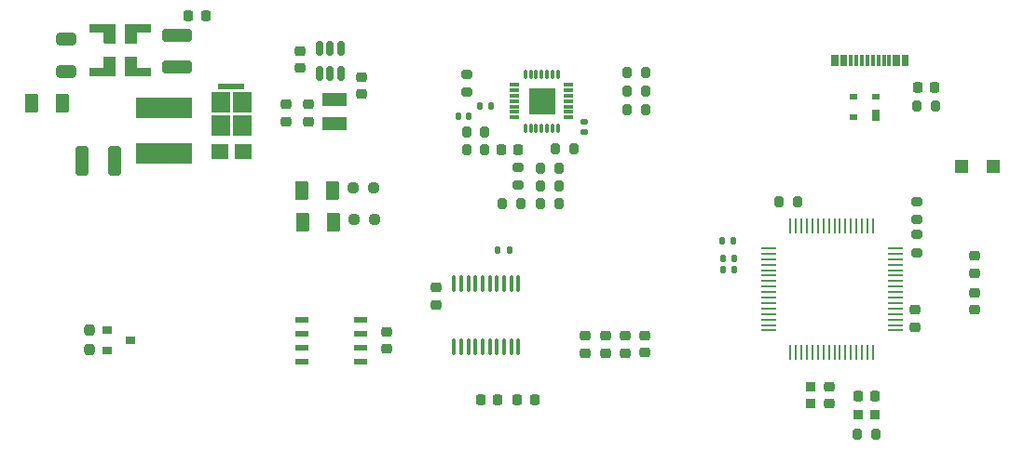
<source format=gtp>
G04 #@! TF.GenerationSoftware,KiCad,Pcbnew,7.0.7*
G04 #@! TF.CreationDate,2023-12-18T21:05:11-05:00*
G04 #@! TF.ProjectId,motor_board_pcb,6d6f746f-725f-4626-9f61-72645f706362,rev?*
G04 #@! TF.SameCoordinates,Original*
G04 #@! TF.FileFunction,Paste,Top*
G04 #@! TF.FilePolarity,Positive*
%FSLAX46Y46*%
G04 Gerber Fmt 4.6, Leading zero omitted, Abs format (unit mm)*
G04 Created by KiCad (PCBNEW 7.0.7) date 2023-12-18 21:05:11*
%MOMM*%
%LPD*%
G01*
G04 APERTURE LIST*
G04 Aperture macros list*
%AMRoundRect*
0 Rectangle with rounded corners*
0 $1 Rounding radius*
0 $2 $3 $4 $5 $6 $7 $8 $9 X,Y pos of 4 corners*
0 Add a 4 corners polygon primitive as box body*
4,1,4,$2,$3,$4,$5,$6,$7,$8,$9,$2,$3,0*
0 Add four circle primitives for the rounded corners*
1,1,$1+$1,$2,$3*
1,1,$1+$1,$4,$5*
1,1,$1+$1,$6,$7*
1,1,$1+$1,$8,$9*
0 Add four rect primitives between the rounded corners*
20,1,$1+$1,$2,$3,$4,$5,0*
20,1,$1+$1,$4,$5,$6,$7,0*
20,1,$1+$1,$6,$7,$8,$9,0*
20,1,$1+$1,$8,$9,$2,$3,0*%
%AMFreePoly0*
4,1,17,1.875035,1.275035,1.875050,1.275000,1.875050,0.575000,1.875035,0.574965,1.875000,0.574950,0.575050,0.574950,0.575050,-0.425000,0.575035,-0.425035,0.575000,-0.425050,-0.425000,-0.425050,-0.425035,-0.425035,-0.425050,-0.425000,-0.425050,1.275000,-0.425035,1.275035,-0.425000,1.275050,1.875000,1.275050,1.875035,1.275035,1.875035,1.275035,$1*%
%AMFreePoly1*
4,1,17,0.425035,1.275035,0.425050,1.275000,0.425050,-0.425000,0.425035,-0.425035,0.425000,-0.425050,-0.575000,-0.425050,-0.575035,-0.425035,-0.575050,-0.425000,-0.575050,0.574950,-1.875000,0.574950,-1.875035,0.574965,-1.875050,0.575000,-1.875050,1.275000,-1.875035,1.275035,-1.875000,1.275050,0.425000,1.275050,0.425035,1.275035,0.425035,1.275035,$1*%
%AMFreePoly2*
4,1,17,0.425035,0.425035,0.425050,0.425000,0.425050,-1.275000,0.425035,-1.275035,0.425000,-1.275050,-1.875000,-1.275050,-1.875035,-1.275035,-1.875050,-1.275000,-1.875050,-0.575000,-1.875035,-0.574965,-1.875000,-0.574950,-0.575050,-0.574950,-0.575050,0.425000,-0.575035,0.425035,-0.575000,0.425050,0.425000,0.425050,0.425035,0.425035,0.425035,0.425035,$1*%
%AMFreePoly3*
4,1,17,0.575035,0.425035,0.575050,0.425000,0.575050,-0.574950,1.875000,-0.574950,1.875035,-0.574965,1.875050,-0.575000,1.875050,-1.275000,1.875035,-1.275035,1.875000,-1.275050,-0.425000,-1.275050,-0.425035,-1.275035,-0.425050,-1.275000,-0.425050,0.425000,-0.425035,0.425035,-0.425000,0.425050,0.575000,0.425050,0.575035,0.425035,0.575035,0.425035,$1*%
G04 Aperture macros list end*
%ADD10C,0.010000*%
%ADD11C,0.000100*%
%ADD12RoundRect,0.200000X0.200000X0.275000X-0.200000X0.275000X-0.200000X-0.275000X0.200000X-0.275000X0*%
%ADD13RoundRect,0.225000X-0.225000X-0.250000X0.225000X-0.250000X0.225000X0.250000X-0.225000X0.250000X0*%
%ADD14RoundRect,0.200000X-0.200000X-0.275000X0.200000X-0.275000X0.200000X0.275000X-0.200000X0.275000X0*%
%ADD15RoundRect,0.218750X0.256250X-0.218750X0.256250X0.218750X-0.256250X0.218750X-0.256250X-0.218750X0*%
%ADD16RoundRect,0.237500X0.250000X0.237500X-0.250000X0.237500X-0.250000X-0.237500X0.250000X-0.237500X0*%
%ADD17R,0.965200X0.939800*%
%ADD18RoundRect,0.100000X0.100000X-0.637500X0.100000X0.637500X-0.100000X0.637500X-0.100000X-0.637500X0*%
%ADD19RoundRect,0.225000X0.250000X-0.225000X0.250000X0.225000X-0.250000X0.225000X-0.250000X-0.225000X0*%
%ADD20RoundRect,0.135000X-0.135000X-0.185000X0.135000X-0.185000X0.135000X0.185000X-0.135000X0.185000X0*%
%ADD21RoundRect,0.237500X-0.237500X0.250000X-0.237500X-0.250000X0.237500X-0.250000X0.237500X0.250000X0*%
%ADD22RoundRect,0.225000X-0.250000X0.225000X-0.250000X-0.225000X0.250000X-0.225000X0.250000X0.225000X0*%
%ADD23RoundRect,0.008100X-0.396900X-0.126900X0.396900X-0.126900X0.396900X0.126900X-0.396900X0.126900X0*%
%ADD24RoundRect,0.027000X-0.108000X-0.378000X0.108000X-0.378000X0.108000X0.378000X-0.108000X0.378000X0*%
%ADD25RoundRect,0.140000X0.140000X0.170000X-0.140000X0.170000X-0.140000X-0.170000X0.140000X-0.170000X0*%
%ADD26R,0.900000X0.800000*%
%ADD27R,1.300000X0.600000*%
%ADD28R,0.700000X1.000000*%
%ADD29R,0.700000X0.600000*%
%ADD30RoundRect,0.250000X-0.375000X-0.625000X0.375000X-0.625000X0.375000X0.625000X-0.375000X0.625000X0*%
%ADD31RoundRect,0.200000X0.275000X-0.200000X0.275000X0.200000X-0.275000X0.200000X-0.275000X-0.200000X0*%
%ADD32RoundRect,0.250000X-0.325000X-1.100000X0.325000X-1.100000X0.325000X1.100000X-0.325000X1.100000X0*%
%ADD33R,1.200000X1.200000*%
%ADD34RoundRect,0.140000X-0.170000X0.140000X-0.170000X-0.140000X0.170000X-0.140000X0.170000X0.140000X0*%
%ADD35FreePoly0,180.000000*%
%ADD36FreePoly1,180.000000*%
%ADD37FreePoly2,180.000000*%
%ADD38FreePoly3,180.000000*%
%ADD39RoundRect,0.135000X0.135000X0.185000X-0.135000X0.185000X-0.135000X-0.185000X0.135000X-0.185000X0*%
%ADD40RoundRect,0.225000X0.225000X0.250000X-0.225000X0.250000X-0.225000X-0.250000X0.225000X-0.250000X0*%
%ADD41R,5.100000X1.900000*%
%ADD42R,0.300000X1.140000*%
%ADD43RoundRect,0.250000X-0.650000X0.325000X-0.650000X-0.325000X0.650000X-0.325000X0.650000X0.325000X0*%
%ADD44R,1.397000X0.279400*%
%ADD45R,0.279400X1.397000*%
%ADD46RoundRect,0.200000X-0.275000X0.200000X-0.275000X-0.200000X0.275000X-0.200000X0.275000X0.200000X0*%
%ADD47RoundRect,0.218750X-0.218750X-0.256250X0.218750X-0.256250X0.218750X0.256250X-0.218750X0.256250X0*%
%ADD48RoundRect,0.150000X-0.150000X0.512500X-0.150000X-0.512500X0.150000X-0.512500X0.150000X0.512500X0*%
%ADD49RoundRect,0.250000X-1.100000X0.325000X-1.100000X-0.325000X1.100000X-0.325000X1.100000X0.325000X0*%
%ADD50R,2.220000X1.240000*%
%ADD51R,2.400000X0.600000*%
%ADD52R,1.700000X1.900000*%
%ADD53R,1.600000X1.440000*%
%ADD54R,0.939800X0.965200*%
G04 APERTURE END LIST*
D10*
X142370000Y-69670000D02*
X140030000Y-69670000D01*
X140030000Y-67330000D01*
X142370000Y-67330000D01*
X142370000Y-69670000D01*
G36*
X142370000Y-69670000D02*
G01*
X140030000Y-69670000D01*
X140030000Y-67330000D01*
X142370000Y-67330000D01*
X142370000Y-69670000D01*
G37*
D11*
X104327740Y-65476236D02*
X105627740Y-65476236D01*
X105627740Y-66176236D01*
X103327740Y-66176236D01*
X103327740Y-64476236D01*
X104327740Y-64476236D01*
X104327740Y-65476236D01*
G36*
X104327740Y-65476236D02*
G01*
X105627740Y-65476236D01*
X105627740Y-66176236D01*
X103327740Y-66176236D01*
X103327740Y-64476236D01*
X104327740Y-64476236D01*
X104327740Y-65476236D01*
G37*
X105627740Y-62176236D02*
X104327740Y-62176236D01*
X104327740Y-63176236D01*
X103327740Y-63176236D01*
X103327740Y-61476236D01*
X105627740Y-61476236D01*
X105627740Y-62176236D01*
G36*
X105627740Y-62176236D02*
G01*
X104327740Y-62176236D01*
X104327740Y-63176236D01*
X103327740Y-63176236D01*
X103327740Y-61476236D01*
X105627740Y-61476236D01*
X105627740Y-62176236D01*
G37*
X102427740Y-66176236D02*
X100127740Y-66176236D01*
X100127740Y-65476236D01*
X101427740Y-65476236D01*
X101427740Y-64476236D01*
X102427740Y-64476236D01*
X102427740Y-66176236D01*
G36*
X102427740Y-66176236D02*
G01*
X100127740Y-66176236D01*
X100127740Y-65476236D01*
X101427740Y-65476236D01*
X101427740Y-64476236D01*
X102427740Y-64476236D01*
X102427740Y-66176236D01*
G37*
X102427740Y-63176236D02*
X101427740Y-63176236D01*
X101427740Y-62176236D01*
X100127740Y-62176236D01*
X100127740Y-61476236D01*
X102427740Y-61476236D01*
X102427740Y-63176236D01*
G36*
X102427740Y-63176236D02*
G01*
X101427740Y-63176236D01*
X101427740Y-62176236D01*
X100127740Y-62176236D01*
X100127740Y-61476236D01*
X102427740Y-61476236D01*
X102427740Y-63176236D01*
G37*
D12*
X150625000Y-65900000D03*
X148975000Y-65900000D03*
D13*
X137525000Y-72953752D03*
X139075000Y-72953752D03*
D14*
X141125000Y-74600000D03*
X142775000Y-74600000D03*
D15*
X148800000Y-91456570D03*
X148800000Y-89881570D03*
D16*
X126002520Y-79272598D03*
X124177520Y-79272598D03*
D17*
X169957600Y-97079811D03*
X171456200Y-97079811D03*
D18*
X133225000Y-90862500D03*
X133875000Y-90862500D03*
X134525000Y-90862500D03*
X135175000Y-90862500D03*
X135825000Y-90862500D03*
X136475000Y-90862500D03*
X137125000Y-90862500D03*
X137775000Y-90862500D03*
X138425000Y-90862500D03*
X139075000Y-90862500D03*
X139075000Y-85137500D03*
X138425000Y-85137500D03*
X137775000Y-85137500D03*
X137125000Y-85137500D03*
X136475000Y-85137500D03*
X135825000Y-85137500D03*
X135175000Y-85137500D03*
X134525000Y-85137500D03*
X133875000Y-85137500D03*
X133225000Y-85137500D03*
D19*
X175100000Y-89075000D03*
X175100000Y-87525000D03*
D20*
X157640000Y-82800000D03*
X158660000Y-82800000D03*
D21*
X100100000Y-89347500D03*
X100100000Y-91172500D03*
D22*
X131638400Y-85487500D03*
X131638400Y-87037500D03*
D13*
X138993986Y-95700000D03*
X140543986Y-95700000D03*
D14*
X175320924Y-68980000D03*
X176970924Y-68980000D03*
D22*
X180535184Y-85951482D03*
X180535184Y-87501482D03*
D19*
X119215494Y-65505000D03*
X119215494Y-63955000D03*
D14*
X162781900Y-77679811D03*
X164431900Y-77679811D03*
D23*
X138750000Y-67000000D03*
X138750000Y-67500000D03*
X138750000Y-68000000D03*
X138750000Y-68500000D03*
X138750000Y-69000000D03*
X138750000Y-69500000D03*
X138750000Y-70000000D03*
D24*
X139700000Y-70950000D03*
X140200000Y-70950000D03*
X140700000Y-70950000D03*
X141200000Y-70950000D03*
X141700000Y-70950000D03*
X142200000Y-70950000D03*
X142700000Y-70950000D03*
D23*
X143650000Y-70000000D03*
X143650000Y-69500000D03*
X143650000Y-69000000D03*
X143650000Y-68500000D03*
X143650000Y-68000000D03*
X143650000Y-67500000D03*
X143650000Y-67000000D03*
D24*
X142700000Y-66050000D03*
X142200000Y-66050000D03*
X141700000Y-66050000D03*
X141200000Y-66050000D03*
X140700000Y-66050000D03*
X140200000Y-66050000D03*
X139700000Y-66050000D03*
D14*
X148975000Y-67600000D03*
X150625000Y-67600000D03*
D25*
X134600000Y-69900000D03*
X133640000Y-69900000D03*
D19*
X167300000Y-96075000D03*
X167300000Y-94525000D03*
D26*
X101730000Y-89320000D03*
X101730000Y-91220000D03*
X103830000Y-90270000D03*
D15*
X150600000Y-91425067D03*
X150600000Y-89850067D03*
D14*
X134353723Y-71288741D03*
X136003723Y-71288741D03*
D22*
X117984107Y-68807096D03*
X117984107Y-70357096D03*
D27*
X124700000Y-92205000D03*
X124700000Y-90935000D03*
X124700000Y-89665000D03*
X124700000Y-88395000D03*
X119400000Y-88395000D03*
X119400000Y-89665000D03*
X119400000Y-90935000D03*
X119400000Y-92205000D03*
D28*
X171550000Y-69800000D03*
D29*
X171550000Y-68100000D03*
X169550000Y-68100000D03*
X169550000Y-70000000D03*
D30*
X119500000Y-79550000D03*
X122300000Y-79550000D03*
D15*
X147000000Y-91456284D03*
X147000000Y-89881284D03*
D31*
X134400000Y-67725000D03*
X134400000Y-66075000D03*
D32*
X99441833Y-73930000D03*
X102391833Y-73930000D03*
D12*
X142775000Y-76210000D03*
X141125000Y-76210000D03*
D33*
X182190000Y-74500000D03*
X179390000Y-74500000D03*
D34*
X145028656Y-70370000D03*
X145028656Y-71330000D03*
D20*
X157590000Y-81200000D03*
X158610000Y-81200000D03*
D12*
X139275000Y-77850000D03*
X137625000Y-77850000D03*
D14*
X169881900Y-98829811D03*
X171531900Y-98829811D03*
D20*
X157640000Y-83870000D03*
X158660000Y-83870000D03*
D35*
X102002740Y-64901236D03*
D36*
X103752740Y-64901236D03*
D37*
X103752740Y-62751236D03*
D38*
X102002740Y-62751236D03*
D30*
X119402584Y-76659891D03*
X122202584Y-76659891D03*
D16*
X125909769Y-76382488D03*
X124084769Y-76382488D03*
D14*
X148975000Y-69300000D03*
X150625000Y-69300000D03*
D39*
X138250000Y-82050000D03*
X137230000Y-82050000D03*
D40*
X171481900Y-95329811D03*
X169931900Y-95329811D03*
D41*
X106866833Y-69111397D03*
X106866833Y-73311397D03*
D42*
X174390000Y-64770000D03*
X173590000Y-64770000D03*
X172290000Y-64770000D03*
X171290000Y-64770000D03*
X170790000Y-64770000D03*
X169790000Y-64770000D03*
X168490000Y-64770000D03*
X167690000Y-64770000D03*
X167990000Y-64770000D03*
X168790000Y-64770000D03*
X169290000Y-64770000D03*
X170290000Y-64770000D03*
X171790000Y-64770000D03*
X172790000Y-64770000D03*
X173290000Y-64770000D03*
X174090000Y-64770000D03*
D31*
X139050000Y-76175000D03*
X139050000Y-74525000D03*
D12*
X142775000Y-77850000D03*
X141125000Y-77850000D03*
D15*
X145175108Y-91434821D03*
X145175108Y-89859821D03*
D43*
X97957242Y-62848586D03*
X97957242Y-65798586D03*
D40*
X137200000Y-95700000D03*
X135650000Y-95700000D03*
D44*
X173300000Y-89400756D03*
X173300000Y-88900630D03*
X173300000Y-88400504D03*
X173300000Y-87900378D03*
X173300000Y-87400252D03*
X173300000Y-86900126D03*
X173300000Y-86400000D03*
X173300000Y-85899874D03*
X173300000Y-85399748D03*
X173300000Y-84899622D03*
X173300000Y-84399496D03*
X173300000Y-83899370D03*
X173300000Y-83399244D03*
X173300000Y-82899118D03*
X173300000Y-82398992D03*
X173300000Y-81898866D03*
D45*
X171297845Y-79896711D03*
X170797719Y-79896711D03*
X170297593Y-79896711D03*
X169797467Y-79896711D03*
X169297341Y-79896711D03*
X168797215Y-79896711D03*
X168297089Y-79896711D03*
X167796963Y-79896711D03*
X167296837Y-79896711D03*
X166796711Y-79896711D03*
X166296585Y-79896711D03*
X165796459Y-79896711D03*
X165296333Y-79896711D03*
X164796207Y-79896711D03*
X164296081Y-79896711D03*
X163795955Y-79896711D03*
D44*
X161793800Y-81898866D03*
X161793800Y-82398992D03*
X161793800Y-82899118D03*
X161793800Y-83399244D03*
X161793800Y-83899370D03*
X161793800Y-84399496D03*
X161793800Y-84899622D03*
X161793800Y-85399748D03*
X161793800Y-85899874D03*
X161793800Y-86400000D03*
X161793800Y-86900126D03*
X161793800Y-87400252D03*
X161793800Y-87900378D03*
X161793800Y-88400504D03*
X161793800Y-88900630D03*
X161793800Y-89400756D03*
D45*
X163795955Y-91402911D03*
X164296081Y-91402911D03*
X164796207Y-91402911D03*
X165296333Y-91402911D03*
X165796459Y-91402911D03*
X166296585Y-91402911D03*
X166796711Y-91402911D03*
X167296837Y-91402911D03*
X167796963Y-91402911D03*
X168297089Y-91402911D03*
X168797215Y-91402911D03*
X169297341Y-91402911D03*
X169797467Y-91402911D03*
X170297593Y-91402911D03*
X170797719Y-91402911D03*
X171297845Y-91402911D03*
D40*
X176920924Y-67230000D03*
X175370924Y-67230000D03*
D46*
X175300000Y-80675000D03*
X175300000Y-82325000D03*
D47*
X109079333Y-60730000D03*
X110654333Y-60730000D03*
D48*
X122931100Y-63719485D03*
X121981100Y-63719485D03*
X121031100Y-63719485D03*
X121031100Y-65994485D03*
X121981100Y-65994485D03*
X122931100Y-65994485D03*
D22*
X124806679Y-66302317D03*
X124806679Y-67852317D03*
X120039609Y-68816397D03*
X120039609Y-70366397D03*
D49*
X108066833Y-62486397D03*
X108066833Y-65436397D03*
D46*
X175300000Y-77675000D03*
X175300000Y-79325000D03*
D22*
X127100000Y-89540000D03*
X127100000Y-91090000D03*
D19*
X180561424Y-84155930D03*
X180561424Y-82605930D03*
D50*
X122366833Y-68361397D03*
X122366833Y-70541397D03*
D51*
X113000000Y-67150000D03*
D52*
X113950000Y-68600000D03*
X112050000Y-68600000D03*
X113950000Y-70700000D03*
X112050000Y-70700000D03*
D53*
X111935000Y-73080000D03*
X114065000Y-73080000D03*
D25*
X136580000Y-68980000D03*
X135620000Y-68980000D03*
D54*
X165600000Y-94550700D03*
X165600000Y-96049300D03*
D14*
X142475000Y-72860000D03*
X144125000Y-72860000D03*
D12*
X136025000Y-72950000D03*
X134375000Y-72950000D03*
D30*
X94816833Y-68680000D03*
X97616833Y-68680000D03*
M02*

</source>
